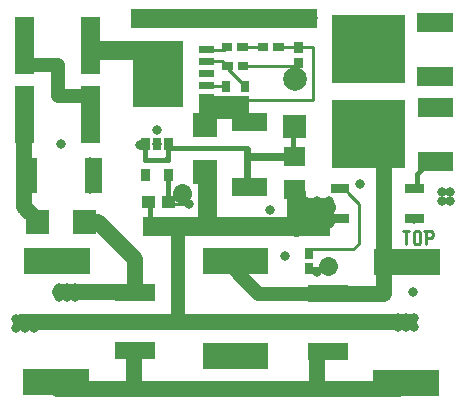
<source format=gbr>
G04 start of page 2 for group 0 idx 0 *
G04 Title: bluenodes actor 52832 19, component *
G04 Creator: pcb.exe 20130205 *
G04 CreationDate: 10.05.2017 20:52:51 UTC *
G04 Format: Gerber/RS-274X *
G04 PCB-Dimensions (mil): 1496.06 1299.21 *
G04 PCB-Coordinate-Origin: lower left *
%MOIN*%
%FSLAX25Y25*%
%LNTOP*%
%ADD196C,0.0118*%
%ADD195C,0.0315*%
%ADD194C,0.0315*%
%ADD193R,0.2280X0.2280*%
%ADD192R,0.0630X0.0630*%
%ADD191R,0.0315X0.0315*%
%ADD190R,0.0551X0.0551*%
%ADD189R,0.0630X0.0630*%
%ADD188C,0.0787*%
%ADD187R,0.0866X0.0866*%
%ADD186C,0.0630*%
%ADD185R,0.0394X0.0394*%
%ADD184R,0.0280X0.0280*%
%ADD183R,0.0276X0.0276*%
%ADD182R,0.0591X0.0591*%
%ADD181R,0.0236X0.0236*%
%ADD180R,0.0630X0.0630*%
%ADD179C,0.0100*%
%ADD178C,0.0258*%
%ADD177C,0.0472*%
%ADD176C,0.0236*%
%ADD175C,0.0630*%
%ADD174C,0.0099*%
%ADD173C,0.0158*%
%ADD172C,0.0530*%
%ADD171C,0.0001*%
G54D171*G36*
X42126Y119291D02*X58701D01*
Y97362D01*
X42126D01*
Y119291D01*
G37*
G36*
X69084Y100787D02*X80709D01*
Y93307D01*
X64173D01*
Y99347D01*
X69076Y99348D01*
X69077Y99348D01*
X69079Y99349D01*
X69080Y99349D01*
X69081Y99350D01*
X69082Y99352D01*
X69083Y99353D01*
X69084Y99354D01*
X69084Y99356D01*
X69084Y99357D01*
X69084Y100787D01*
G37*
G54D172*X30315Y58858D02*X42717Y46457D01*
G54D173*X53543Y74449D02*Y65315D01*
X53622Y65236D01*
G54D174*X59843Y64961D02*X52756D01*
G54D173*X47638D02*Y56693D01*
X136811Y69882D02*Y74803D01*
X141732Y79724D01*
G54D174*X113583Y68898D02*Y68701D01*
X117323Y64961D01*
G54D173*X46063Y79528D02*X53150D01*
G54D175*X96457Y57283D02*Y68701D01*
X66535Y76024D02*Y57520D01*
X106496Y63976D02*X100591D01*
X106496Y60039D02*X99606D01*
G54D173*X80039Y72087D02*X79961Y72008D01*
G54D174*X117323Y64961D02*Y56299D01*
X101260Y49724D02*X115354D01*
X117283Y51654D01*
Y56693D01*
G54D172*X5512Y94685D02*Y63780D01*
X6299Y63386D02*X11220Y58465D01*
X25787Y58858D02*X30315D01*
G54D173*X46063Y79528D02*Y84646D01*
X53543D02*Y79528D01*
X53150Y79921D02*X53543Y79528D01*
X79921Y83465D02*X53937D01*
G54D176*X80039Y83189D02*Y71929D01*
G54D175*X28740Y116142D02*X43425D01*
G54D174*X66535Y116339D02*X72441D01*
X73425Y117323D01*
X66535Y112598D02*X71654D01*
X90157Y117323D02*X101969D01*
Y99606D01*
X73622Y109843D02*X79921Y103543D01*
X78740Y111024D02*X97638D01*
X78346Y117323D02*X85236D01*
X68504Y99606D02*X67520Y100591D01*
X71654Y112598D02*X73622Y110630D01*
Y109843D01*
X67323Y104331D02*X73228D01*
G54D177*X27756Y100984D02*X17717D01*
X17126D02*Y111220D01*
X16929D02*X7087D01*
G54D174*X101969Y99606D02*X68504D01*
G54D173*X95276Y90157D02*Y80709D01*
G54D178*X81102D01*
G54D172*X42224Y4626D02*Y14272D01*
G54D175*X130418Y5296D02*X130455Y5259D01*
G54D172*X103346Y14764D02*Y5315D01*
X16732Y3110D02*X130821D01*
X42717Y46457D02*Y36811D01*
G54D177*X57087Y54134D02*Y27559D01*
G54D172*X44882Y35433D02*X17520D01*
X111614Y35039D02*X125197D01*
G54D177*X105472Y34921D02*X83819D01*
G54D172*X125787Y35039D02*Y81890D01*
G54D177*X83819Y34921D02*X76299Y42441D01*
G54D174*X101378Y43543D02*X101457Y43622D01*
X106102D01*
G54D172*X134055Y25591D02*X4724D01*
G54D179*X131929Y55927D02*X134169D01*
X133049D02*Y51447D01*
X135513Y55367D02*Y52007D01*
Y55367D02*X136073Y55927D01*
X137193D01*
X137753Y55367D01*
Y52007D01*
X137193Y51447D02*X137753Y52007D01*
X136073Y51447D02*X137193D01*
X135513Y52007D02*X136073Y51447D01*
X139657Y55927D02*Y51447D01*
X139097Y55927D02*X141337D01*
X141897Y55367D01*
Y54247D01*
X141337Y53687D02*X141897Y54247D01*
X139657Y53687D02*X141337D01*
G54D180*X5791Y101122D02*Y88524D01*
G54D181*X43877Y116287D02*X46633D01*
G54D180*X27773Y123925D02*Y111327D01*
X5727Y123925D02*Y111327D01*
X27837Y101122D02*Y88524D01*
G54D182*X28819Y77283D02*Y71378D01*
X7165Y77283D02*Y71378D01*
G54D183*X79262Y99335D02*Y98548D01*
X72994Y99320D02*Y98533D01*
G54D181*X65137Y100539D02*X67893D01*
G54D171*G36*
X62169Y79483D02*Y71613D01*
X70039D01*
Y79483D01*
X62169D01*
G37*
G36*
Y95183D02*Y87313D01*
X70039D01*
Y95183D01*
X62169D01*
G37*
G54D184*X46181Y75241D02*Y74041D01*
X53781Y75241D02*Y74041D01*
G54D181*X43877Y112350D02*X46633D01*
X43877Y108413D02*X46633D01*
X43877Y104476D02*X46633D01*
X43877Y100539D02*X46633D01*
G54D184*X53781Y85441D02*Y84241D01*
X49981Y85441D02*Y84241D01*
X46181Y85441D02*Y84241D01*
G54D185*X53702Y65657D02*X54096D01*
X47010D02*X47404D01*
G54D186*X58268Y68504D02*Y68307D01*
G54D187*X10039Y45866D02*X23425D01*
G54D171*G36*
X21933Y62829D02*Y54959D01*
X29803D01*
Y62829D01*
X21933D01*
G37*
G36*
X6233D02*Y54959D01*
X14103D01*
Y62829D01*
X6233D01*
G37*
G54D187*X9646Y5709D02*X23031D01*
G54D183*X72994Y104437D02*Y103650D01*
G54D181*X65137Y104476D02*X67893D01*
X65137Y108413D02*X67893D01*
G54D183*X73161Y110941D02*X73948D01*
X78278D02*X79065D01*
X79262Y104452D02*Y103665D01*
G54D181*X65137Y112350D02*X67893D01*
X65137Y116287D02*X67893D01*
G54D182*X77913Y92244D02*X83819D01*
X77913Y70591D02*X83819D01*
G54D188*X95866Y106448D03*
G54D183*X97207Y117428D02*Y116641D01*
Y112311D02*Y111524D01*
X90120Y117232D02*X90907D01*
X85003D02*X85790D01*
X72994D02*X73781D01*
G54D189*X44331Y126732D02*X100236D01*
G54D183*X78111Y117232D02*X78898D01*
X100787Y48818D02*Y48031D01*
Y43701D02*Y42914D01*
G54D186*X106890Y44291D02*Y44094D01*
G54D187*X126181Y5315D02*X139567D01*
G54D190*X102953Y25591D02*X110827D01*
X102953Y35039D02*X110827D01*
X102953Y15748D02*X110827D01*
G54D187*X126575Y45472D02*X139961D01*
G54D189*X48622Y57283D02*X104528D01*
G54D190*X38780Y35433D02*X46654D01*
G54D187*X69567Y45866D02*X82559D01*
X69567Y14370D02*X82559D01*
G54D190*X38780Y16142D02*X46654D01*
X38780Y25591D02*X46654D01*
G54D191*X134252Y70079D02*X137401D01*
G54D192*X140022Y79189D02*X145522D01*
X140022Y97189D02*X145522D01*
G54D191*X109448Y70079D02*X112598D01*
G54D180*X95538Y80776D02*X96324D01*
X95538Y69754D02*X96324D01*
G54D171*G36*
X91931Y94683D02*Y86813D01*
X99801D01*
Y94683D01*
X91931D01*
G37*
G54D191*X134252Y60079D02*X137401D01*
X109448D02*X112598D01*
G54D192*X139944Y107535D02*X145444D01*
X139944Y125535D02*X145444D01*
G54D193*X119594Y116535D02*X121194D01*
X119672Y88189D02*X121272D01*
G54D194*X138780Y95472D03*
X141732D03*
X138780Y98425D03*
X141732D03*
X146654Y107283D03*
X146260Y80512D03*
X135827Y60039D03*
X147835Y68898D03*
X144882D03*
X103386Y42244D03*
X87795Y62992D03*
X107283Y65945D03*
Y58071D03*
Y62008D03*
X117520Y71654D03*
X103346Y65945D03*
X99409D03*
Y62008D03*
Y58071D03*
X103346D03*
Y62008D03*
X92638Y47677D03*
X60630Y64961D03*
X22835Y33858D03*
Y37008D03*
X20079Y33858D03*
X17323D03*
X20079Y37008D03*
X17323D03*
X8858Y26575D03*
Y23622D03*
X5906D03*
X2953Y26575D03*
Y23622D03*
X5906Y26575D03*
X147835Y65945D03*
X144882D03*
X135827Y26772D03*
Y24016D03*
X133071D03*
Y26772D03*
X130315D03*
Y24016D03*
X135433Y35630D03*
X73819Y15748D03*
X78740D03*
X83661D03*
Y11811D03*
X78740D03*
X73819D03*
X138780Y126969D03*
X141732D03*
X138780Y124016D03*
X141732D03*
X123031Y119094D03*
X120079Y116142D03*
X123031D03*
Y113189D03*
X120079D03*
Y119094D03*
X59213Y126890D03*
X90551Y126969D03*
X102008Y126850D03*
X52992Y126890D03*
X96378Y126969D03*
G54D195*X27559Y110236D03*
Y113189D03*
Y116142D03*
Y78740D03*
Y75787D03*
Y72835D03*
Y69882D03*
G54D194*X18110Y85039D03*
G54D195*X27559Y119094D03*
G54D194*X5906Y123031D03*
Y120079D03*
Y117126D03*
Y114173D03*
X50079Y84843D03*
X44291Y84449D03*
X50000Y89567D03*
X46535Y126969D03*
G54D196*M02*

</source>
